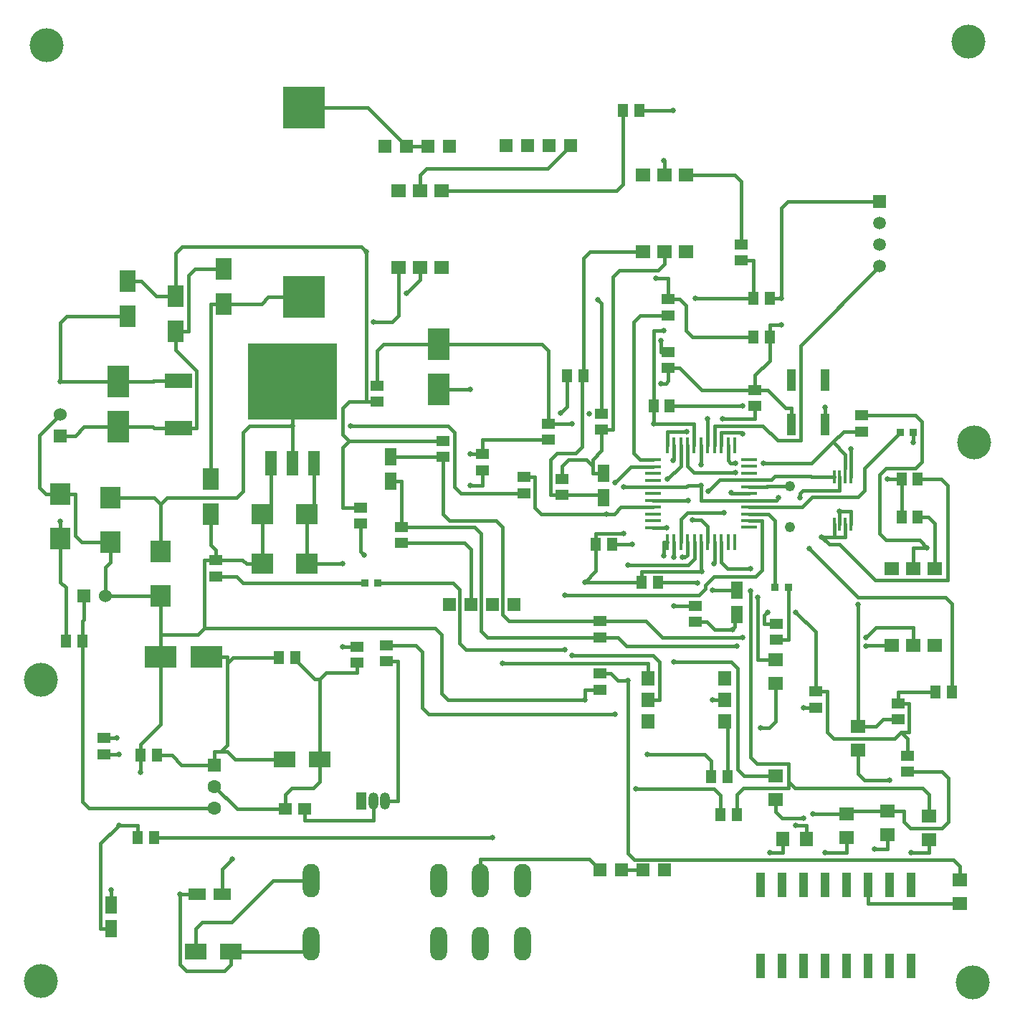
<source format=gbr>
G04 DipTrace 2.4.0.2*
%INTop.gbr*%
%MOMM*%
%ADD12C,0.381*%
%ADD13C,0.3*%
%ADD14R,2.65X2.35*%
%ADD15R,2.35X2.65*%
%ADD16R,1.35X2.15*%
%ADD17C,1.524*%
%ADD18R,1.524X1.524*%
%ADD19R,2.55X3.75*%
%ADD20R,3.75X2.55*%
%ADD21R,2.15X1.35*%
%ADD22R,2.55X1.85*%
%ADD23R,1.85X2.55*%
%ADD24R,0.9X0.9*%
%ADD25R,1.2X2.0*%
%ADD26R,1.5X1.5*%
%ADD27C,1.5*%
%ADD29R,1.5X1.3*%
%ADD30R,1.3X1.5*%
%ADD31R,1.0X3.0*%
%ADD32O,1.981X3.981*%
%ADD34R,1.78X1.52*%
%ADD35R,1.52X1.78*%
%ADD36R,1.524X1.422*%
%ADD37R,3.2X1.8*%
%ADD38R,1.8X1.6*%
%ADD39R,1.6X1.8*%
%ADD40R,1.0X2.65*%
%ADD42R,1.9X0.4*%
%ADD43R,0.4X1.9*%
%ADD44C,4.0*%
%ADD46R,1.45X3.0*%
%ADD47R,10.6X9.0*%
%ADD48R,1.6X1.6*%
%ADD49C,1.6*%
%ADD50C,1.219*%
%ADD51R,0.3X1.65*%
%ADD52R,5.0X5.0*%
%ADD53O,1.2X2.0*%
%ADD54C,0.635*%
%FSLAX53Y53*%
G04*
G71*
G90*
G75*
G01*
%LNTop*%
%LPD*%
X43915Y94137D2*
D12*
X39736D1*
X38903Y93304D1*
X34491D1*
X32891D1*
Y72654D1*
X91722Y71197D2*
X93062Y72537D1*
X96541D1*
X115935Y62083D2*
Y64558D1*
X117524D1*
X75401Y111990D2*
X72763Y109353D1*
X58430D1*
X57668Y108591D1*
Y106697D1*
X85141Y69321D2*
X81402D1*
X80584Y68503D1*
X79695D1*
X89846Y67820D2*
X90887D1*
X91649Y67058D1*
Y65229D1*
X86431Y90191D2*
X85241D1*
Y81329D1*
X95091Y59499D2*
X92221D1*
X93636Y46570D2*
X92177D1*
X96541Y72537D2*
X99179D1*
X99592Y72950D1*
X103793D1*
X103869Y72874D1*
X106568D1*
X117524Y64558D2*
X116635Y65447D1*
X112696D1*
X111934Y66209D1*
Y73189D1*
X112696Y73951D1*
X116195D1*
X116957Y74713D1*
Y79417D1*
X116195Y80179D1*
X109791D1*
X79695Y68503D2*
X71974D1*
X71212Y69265D1*
Y72879D1*
X69891D1*
X85241Y79167D2*
X90033D1*
Y76629D1*
X85241Y81329D2*
Y79167D1*
X86431Y110223D2*
X86549Y110105D1*
Y108574D1*
X50591Y69279D2*
X48518D1*
Y76417D1*
X49280Y77179D1*
X48518Y77941D1*
Y81009D1*
X49280Y81771D1*
X51266D1*
Y99491D1*
X49280Y77179D2*
X60391D1*
X28791Y94254D2*
X26532D1*
X24732Y96054D1*
X23091D1*
X51266Y99491D2*
X50695Y100063D1*
X29553D1*
X28791Y99301D1*
Y94254D1*
X52588Y81771D2*
X51266D1*
X74740Y58901D2*
X90570D1*
X91332Y59663D1*
Y60141D1*
X92337Y61146D1*
X97300D1*
X98062Y61908D1*
Y67737D1*
X96541D1*
X74740Y52508D2*
X63094D1*
X62332Y53270D1*
Y59647D1*
X61570Y60409D1*
X52681D1*
X80664Y72233D2*
X82553Y74121D1*
X85141D1*
X80664Y44907D2*
X58632D1*
X57870Y45669D1*
Y52273D1*
X57108Y53035D1*
X53699D1*
X96541Y68537D2*
X98821D1*
X99583Y67775D1*
Y59862D1*
X15191Y80299D2*
X12682Y77791D1*
Y71649D1*
X13444Y70887D1*
X15191D1*
X116441Y72629D2*
X119175D1*
X119937Y71867D1*
Y60752D1*
X111378D1*
X107218Y64911D1*
X105974D1*
X105085Y65800D1*
X102510Y70461D2*
Y70943D1*
X102828Y71260D1*
X107218D1*
Y72874D1*
Y67324D2*
Y68847D1*
X98941Y94029D2*
X100289D1*
X102059Y56918D2*
X104391Y54587D1*
Y47579D1*
X83124Y36081D2*
X92379D1*
X93141Y35319D1*
Y33029D1*
X26991Y58872D2*
Y54256D1*
X31407D1*
X32169Y55018D1*
X59429D1*
X60191Y54256D1*
Y47320D1*
X60953Y46558D1*
X77092D1*
X100289Y90878D2*
X98941D1*
Y89429D1*
X100021Y70461D2*
X99697Y70137D1*
X96541D1*
X81689Y66251D2*
X78441D1*
Y64929D1*
X29091Y84229D2*
X26168D1*
X26146Y84207D1*
X22011D1*
X32891Y68504D2*
Y64901D1*
X33491Y64301D1*
Y63079D1*
X104391Y47579D2*
X105712D1*
Y42763D1*
X106474Y42001D1*
X113667D1*
X114429Y42763D1*
X115191Y42001D1*
Y39979D1*
X105085Y65800D2*
X106568D1*
Y67324D1*
X97191Y83179D2*
X90912D1*
X88312Y85779D1*
X86991D1*
X33491Y63079D2*
X32169D1*
Y55018D1*
X90833Y76629D2*
Y74315D1*
X77092Y46558D2*
Y47779D1*
X78891D1*
X26991Y54256D2*
X27013Y51650D1*
X20461Y58829D2*
X23297D1*
X23340Y58872D1*
X26991D1*
X21091Y65172D2*
Y62828D1*
X20461Y62198D1*
Y58829D1*
X15191Y70887D2*
X16937D1*
Y65934D1*
X17699Y65172D1*
X21091D1*
X106568Y65800D2*
X107868D1*
Y67324D1*
X107218Y68847D2*
X108518D1*
Y67324D1*
X100289Y94029D2*
Y104666D1*
X101051Y105428D1*
X111966D1*
X114429Y42763D2*
X115412D1*
Y46179D1*
X114091D1*
X29285Y23663D2*
X31313D1*
X35282Y16836D2*
Y15339D1*
X34520Y14577D1*
X30047D1*
X29285Y15339D1*
Y23663D1*
X44808Y17758D2*
Y16836D1*
X35282D1*
X24645Y40016D2*
Y38015D1*
X27013Y51650D2*
Y43705D1*
X24645Y41337D1*
Y40016D1*
X97191Y83179D2*
X98688D1*
X100861Y81006D1*
X101506D1*
Y79110D1*
X98941Y89429D2*
Y86654D1*
X97191Y84904D1*
Y83179D1*
X85141Y71721D2*
X81689D1*
X90833Y71915D2*
X89292D1*
X89098Y71721D1*
X85141D1*
X96541Y70137D2*
X90833D1*
Y71915D1*
X90938Y61751D2*
X90849Y61840D1*
Y65229D1*
X83841Y60429D2*
Y61751D1*
X90938D1*
X77092Y60429D2*
X83841D1*
X78441Y64929D2*
Y61778D1*
X77092Y60429D1*
X15191Y84207D2*
Y91142D1*
X15953Y91904D1*
X23091D1*
X22011Y84207D2*
X15191D1*
X39033Y68529D2*
X40051D1*
Y74529D1*
X39033Y62629D2*
Y68529D1*
X33491Y63079D2*
X36687D1*
X37137Y62629D1*
X39033D1*
X114091Y46179D2*
Y47529D1*
X118541D1*
X94606Y54868D2*
X92423D1*
X91512Y55779D1*
X90191D1*
X95091Y56642D2*
X94797D1*
Y55186D1*
X94606Y54995D1*
Y54868D1*
X98737Y56918D2*
X98652D1*
X98334Y56601D1*
Y55570D1*
X99741D1*
X86991Y85779D2*
Y84258D1*
X86673Y83940D1*
X86130D1*
X94892Y73426D2*
X89995D1*
X89233Y74188D1*
Y76629D1*
X114541Y68129D2*
Y72629D1*
X112823D1*
X86892Y72610D2*
X88433Y74151D1*
Y76629D1*
X84508Y40145D2*
X91279D1*
X92041Y39383D1*
Y37529D1*
X80341Y64929D2*
X82705D1*
X86130Y89028D2*
Y87679D1*
X86991D1*
X83541Y116129D2*
X87506D1*
Y74893D2*
X87633Y75020D1*
Y76629D1*
X89144Y78278D2*
X86833D1*
Y76629D1*
X97041Y94029D2*
Y98479D1*
X95591D1*
X90160Y94029D2*
X97041D1*
X101329Y71769D2*
X98640D1*
X98608Y71737D1*
X96541D1*
X51094Y60409D2*
X36760D1*
X35989Y61179D1*
X33491D1*
X85542Y96369D2*
X86991D1*
Y93879D1*
X88312D1*
X89074Y93117D1*
Y90191D1*
X89836Y89429D1*
X97041D1*
X94427Y71026D2*
X94516Y70937D1*
X96541D1*
X95794Y53924D2*
X86304D1*
X84348Y55879D1*
X78891D1*
X110280Y53924D2*
X111484Y55128D1*
X115935D1*
Y53035D1*
X60391Y75279D2*
X54175D1*
X78891Y55879D2*
X68174D1*
X67412Y56641D1*
Y66979D1*
X66650Y67741D1*
X61153D1*
X60391Y68503D1*
Y75279D1*
X41633Y39540D2*
X35782D1*
X34857Y40465D1*
X34095D1*
X33377D1*
Y38904D1*
X34095Y40465D2*
X34857Y41227D1*
Y50867D1*
Y51650D1*
X32410D1*
X34857Y50867D2*
X35595Y51606D1*
X40998D1*
X33377Y38904D2*
X29469D1*
X28357Y40016D1*
X26545D1*
X56081Y111937D2*
X51497Y116521D1*
X43915D1*
X58621Y111937D2*
X57252D1*
X56081D1*
X50191Y50979D2*
Y49758D1*
X46545D1*
X45783Y48996D1*
Y39540D1*
Y48996D2*
X45178D1*
X42898Y51276D1*
Y51606D1*
X35510Y27813D2*
X34329Y26632D1*
Y23663D1*
X41728Y33665D2*
X36076D1*
X33377Y36364D1*
X45783Y39540D2*
Y36951D1*
X45021Y36189D1*
X42490D1*
X41728Y35427D1*
Y33665D1*
X99691Y48529D2*
Y44025D1*
X98929Y43263D1*
X97901D1*
X52111Y34618D2*
Y32383D1*
X44014D1*
Y33665D1*
X53540Y34618D2*
X55020D1*
Y51135D1*
X53699D1*
X44808Y25251D2*
X40340D1*
X35409Y20320D1*
X31894D1*
X31132Y19558D1*
Y16836D1*
X17921Y58829D2*
Y56062D1*
X17741Y55882D1*
Y53529D1*
Y34587D1*
X18503Y33824D1*
X33377D1*
X52588Y83671D2*
Y87836D1*
X53350Y88598D1*
X59891D1*
X75629Y51790D2*
X85156D1*
X85918Y51028D1*
Y46570D1*
X84587D1*
X72791Y79179D2*
X75629D1*
X59891Y88598D2*
X72029D1*
X72791Y87836D1*
Y79179D1*
X67412Y50901D2*
X84587D1*
Y49110D1*
X59891Y83200D2*
X63542D1*
X64991Y75579D2*
Y77279D1*
X72791D1*
X63542Y75579D2*
X64991D1*
X93636Y44030D2*
X93941D1*
Y37529D1*
X118475Y62083D2*
Y67367D1*
X117713Y68129D1*
X116441D1*
X74391Y72679D2*
Y74201D1*
X75153Y74963D1*
X77282D1*
X78044Y74201D1*
Y74963D1*
X79091Y76010D1*
Y78479D1*
X78044Y74201D2*
Y73317D1*
X79291D1*
X79091Y78479D2*
X80412D1*
Y96496D1*
X81174Y97258D1*
X85787D1*
X86549Y98020D1*
Y99525D1*
X56017Y94573D2*
X57668Y96224D1*
Y97648D1*
X51047Y63652D2*
X50591Y64109D1*
Y67379D1*
X21152Y24166D2*
Y22392D1*
X21806Y42080D2*
X20358D1*
X76941Y84829D2*
Y98763D1*
X77703Y99525D1*
X84009D1*
X74391Y70779D2*
X73069D1*
Y74963D1*
X73831Y75725D1*
X75991D1*
X76753Y76487D1*
Y84829D1*
X76941D1*
X79291Y70459D2*
Y70779D1*
X74391D1*
X55128Y97648D2*
Y91975D1*
X54366Y91213D1*
X52155D1*
X24327Y30331D2*
Y31780D1*
X22060D1*
Y40180D2*
X20358D1*
X22060Y31780D2*
X19905Y29624D1*
Y19535D1*
X21152D1*
X60208Y106697D2*
X80879D1*
X81641Y107459D1*
Y116129D1*
X89089Y108574D2*
X94829D1*
X95591Y107812D1*
Y100379D1*
X78943Y26521D2*
X77650Y27813D1*
X64798D1*
Y25251D1*
X63542Y71868D2*
X64991D1*
Y73679D1*
X63701Y57798D2*
Y64317D1*
X62939Y65079D1*
X55491D1*
X26227Y30331D2*
X66241D1*
X74239Y80401D2*
X75041Y81202D1*
Y84829D1*
X81483Y26521D2*
X82654D1*
X84023D1*
X98992Y28581D2*
X100491D1*
Y30129D1*
X102981Y32617D2*
X100453D1*
X99691Y33379D1*
Y34829D1*
X105521Y28581D2*
X107991D1*
Y30329D1*
X111292Y28958D2*
X112891D1*
Y30629D1*
X110601Y24692D2*
Y22529D1*
X121391D1*
X113141Y37090D2*
X110153D1*
X109391Y37852D1*
Y40629D1*
X115681Y28581D2*
X117791D1*
Y30029D1*
X42591Y74529D2*
Y78931D1*
X49407D2*
X60950D1*
X61712Y78169D1*
Y71741D1*
X62474Y70979D1*
X69891D1*
X42591Y78931D2*
X37481D1*
X36719Y78169D1*
Y71172D1*
X35957Y70410D1*
X27753D1*
X26991Y69648D1*
Y64110D1*
X42591Y78931D2*
Y84129D1*
X26991Y69648D2*
X26229Y70410D1*
X21091D1*
X15191Y77759D2*
X16937D1*
X17988Y78810D1*
X22011D1*
X28791Y90104D2*
X30287D1*
Y96692D1*
X31049Y97454D1*
X34491D1*
X29091Y78629D2*
X31262D1*
Y85418D1*
X28791Y87890D1*
Y90104D1*
X22011Y78810D2*
X26067D1*
X26247Y78629D1*
X29091D1*
X15191Y65648D2*
Y60488D1*
X15841Y59838D1*
Y53529D1*
X15191Y67671D2*
Y65648D1*
X95076Y52908D2*
X82071D1*
X81000Y53979D1*
X78891D1*
X55491Y66979D2*
Y72404D1*
X54175D1*
X78891Y53979D2*
X65634D1*
X64872Y54741D1*
Y66217D1*
X64110Y66979D1*
X55491D1*
X110315Y52908D2*
X110441Y53035D1*
X113395D1*
X115935Y76971D2*
Y78120D1*
X90443Y60388D2*
X90402Y60429D1*
X85741D1*
X101170Y59862D2*
Y53670D1*
X99741D1*
X94892Y74524D2*
X94350D1*
X94033Y74842D1*
Y76629D1*
X109791Y78279D2*
X107670D1*
X106413Y77023D1*
X103915Y74524D1*
X98189D1*
X107868Y72874D2*
D13*
Y73889D1*
D12*
Y75568D1*
X106413Y77023D1*
X108559Y76175D2*
Y72874D1*
X108518D1*
X95742Y78024D2*
X95615Y78151D1*
X93233D1*
Y76629D1*
X95742Y81279D2*
X95692Y81329D1*
X87141D1*
X111966Y97808D2*
X102578Y88419D1*
Y77213D1*
X99862D1*
X98163Y78913D1*
X92433D1*
Y76629D1*
X91633D2*
Y79802D1*
X105475Y81133D2*
Y79110D1*
X85141Y70121D2*
X89284D1*
X86991Y91979D2*
X83619D1*
X82857Y91217D1*
Y75683D1*
X83619Y74921D1*
X85141D1*
X96541Y69337D2*
X102818D1*
X103979Y70498D1*
X109392D1*
X110154Y71260D1*
Y73926D1*
X114348Y78120D1*
X85141Y66921D2*
X86789D1*
X97572Y58696D2*
Y51329D1*
X99691D1*
X93411Y79802D2*
X97191D1*
Y81279D1*
X102053Y31728D2*
X103291D1*
Y30129D1*
X86458Y63581D2*
Y65229D1*
X86849D1*
X104391Y45679D2*
X102942D1*
X90191Y57679D2*
X87649D1*
Y51028D2*
X94400D1*
X95162Y50266D1*
Y38391D1*
X95924Y37629D1*
X99691D1*
X87649Y65229D2*
Y63402D1*
X93538Y68709D2*
X89211D1*
X88449Y67947D1*
Y65229D1*
X103629Y64470D2*
X109402Y58696D1*
X119679D1*
X120441Y57934D1*
Y47529D1*
X78891Y49679D2*
X80212D1*
X81035Y48856D1*
X82235D1*
Y62513D2*
X89287D1*
X90049Y63275D1*
Y65229D1*
X82235Y48856D2*
Y28454D1*
X82997Y27692D1*
X120629D1*
X121391Y26930D1*
Y25329D1*
X109391Y43429D2*
X111509D1*
X112359Y44279D1*
X114091D1*
X109391Y57807D2*
Y43429D1*
X92360Y62640D2*
X92449Y62729D1*
Y65229D1*
X95041Y33029D2*
Y35439D1*
X95803Y36201D1*
X101162D1*
Y36963D1*
X101924Y36201D1*
X117029D1*
X117791Y35439D1*
Y32829D1*
X96683Y62035D2*
X94011D1*
X93249Y62797D1*
Y65229D1*
X101162Y36963D2*
Y39001D1*
X97445D1*
X96683Y39763D1*
Y59415D1*
X112891Y33429D2*
X114792D1*
Y32163D1*
X115554Y31401D1*
X119262D1*
X120024Y32163D1*
Y37317D1*
X119262Y38079D1*
X115191D1*
X107991Y33129D2*
Y33429D1*
X112891D1*
X104052Y33129D2*
X107991D1*
X88665Y63402D2*
X88931D1*
X89249Y63719D1*
Y65229D1*
X50191Y52879D2*
X48518D1*
X44272Y68529D2*
X45131D1*
Y74529D1*
X44272Y62629D2*
Y68529D1*
X48518Y62629D2*
X44272D1*
X79091Y80379D2*
Y93372D1*
X78625Y93838D1*
D54*
X85241Y79167D3*
X86431Y110223D3*
X92221Y59499D3*
X86431Y90191D3*
X91722Y71197D3*
X89846Y67820D3*
X117524Y64558D3*
X79695Y68503D3*
X92177Y46570D3*
X51266Y99491D3*
X74740Y58901D3*
Y52508D3*
X80664Y72233D3*
Y44907D3*
X102510Y70461D3*
X83124Y36081D3*
X98737Y56918D3*
X100021Y70461D3*
X15191Y84207D3*
X102059Y56918D3*
X100289Y90878D3*
X81689Y66251D3*
Y71721D3*
X90833Y74315D3*
X24645Y38015D3*
X105085Y65800D3*
X90938Y61751D3*
X86130Y83940D3*
X29285Y23663D3*
X77092Y46558D3*
Y60429D3*
X90833Y71915D3*
X100289Y94029D3*
X94606Y54868D3*
X107218Y68847D3*
X77642Y80379D3*
X94892Y73426D3*
X112823Y72629D3*
X86892Y72610D3*
X84508Y40145D3*
X82705Y64929D3*
X86130Y89028D3*
X87506Y116129D3*
Y74893D3*
X89144Y78278D3*
X90160Y94029D3*
X85542Y96369D3*
X94427Y71026D3*
X95794Y53924D3*
X110280D3*
X35510Y27813D3*
X97901Y43263D3*
X75629Y79179D3*
Y51790D3*
X67412Y50901D3*
X63542Y83200D3*
Y75579D3*
X56017Y94573D3*
X51047Y63652D3*
X21152Y24166D3*
X21806Y42080D3*
X52155Y91213D3*
X22060Y40180D3*
Y31780D3*
X98992Y28581D3*
X102981Y32617D3*
X105521Y28581D3*
X111292Y28958D3*
X113141Y37090D3*
X115681Y28581D3*
X15191Y67671D3*
X95076Y52908D3*
X110315D3*
X63542Y71868D3*
X66241Y30331D3*
X74239Y80401D3*
X48518Y62629D3*
Y52879D3*
X90443Y60388D3*
X115935Y76971D3*
X86789Y66921D3*
X97572Y58696D3*
X93411Y79802D3*
X102053Y31728D3*
X86458Y63581D3*
X102942Y45679D3*
X87649Y57679D3*
Y51028D3*
Y63402D3*
X93538Y68709D3*
X103629Y64470D3*
X82235Y62513D3*
Y48856D3*
X92360Y62640D3*
X109391Y57807D3*
X96683Y62035D3*
Y59415D3*
X88665Y63402D3*
X104052Y33129D3*
X105475Y81133D3*
X89284Y70121D3*
X91633Y79802D3*
X108559Y76175D3*
X95742Y81279D3*
Y78024D3*
X94892Y74524D3*
X98189D3*
X49407Y78931D3*
X42591D3*
X78625Y93838D3*
D14*
X44272Y62629D3*
X39033D3*
X44272Y68529D3*
X39033D3*
D15*
X26991Y64110D3*
Y58872D3*
X21091Y70410D3*
Y65172D3*
D16*
X95091Y59499D3*
Y56642D3*
D17*
X15191Y80299D3*
D18*
Y77759D3*
D15*
Y65648D3*
Y70887D3*
D16*
X54175Y72404D3*
Y75262D3*
D19*
X59891Y83200D3*
Y88598D3*
D16*
X79291Y70459D3*
Y73317D3*
X21152Y19535D3*
Y22392D3*
D20*
X32410Y51650D3*
X27013D3*
D17*
X20461Y58829D3*
D18*
X17921D3*
D21*
X34329Y23663D3*
X31313D3*
D19*
X22011Y78810D3*
Y84207D3*
D22*
X41633Y39540D3*
X45783D3*
D23*
X23091Y91904D3*
Y96054D3*
X34491Y93304D3*
Y97454D3*
X28791Y94254D3*
Y90104D3*
X32891Y68504D3*
Y72654D3*
D22*
X35282Y16836D3*
X31132D3*
D24*
X101170Y59862D3*
X99583D3*
X115935Y78120D3*
X114348D3*
X51094Y60409D3*
X52681D3*
D25*
X50682Y34618D3*
D26*
X111966Y105428D3*
D27*
Y102888D3*
Y100348D3*
Y97808D3*
D26*
X61161Y57798D3*
X63701D3*
X66241D3*
X68781D3*
X75401Y111990D3*
X72861D3*
X70321D3*
X67781D3*
X61161Y111937D3*
X58621D3*
X56081D3*
X53541D3*
X78943Y26521D3*
X81483D3*
X84023D3*
X86563D3*
D29*
X69891Y70979D3*
Y72879D3*
D30*
X17741Y53529D3*
X15841D3*
D29*
X50191Y50979D3*
Y52879D3*
D31*
X97901Y15167D3*
X100441D3*
X102981D3*
X105521D3*
X108061D3*
X110601D3*
X113141D3*
X115681D3*
Y24692D3*
X113141D3*
X110601D3*
X108061D3*
X105521D3*
X102981D3*
X100441D3*
X97901D3*
D32*
X44808Y25251D3*
Y17758D3*
X59820Y25251D3*
X64798D3*
X69802D3*
X59820Y17758D3*
X64798D3*
X69802D3*
D34*
X113395Y53035D3*
X115935D3*
X118475D3*
Y62083D3*
X115935D3*
X113395D3*
D35*
X84587Y49110D3*
Y46570D3*
Y44030D3*
X93636D3*
Y46570D3*
Y49110D3*
D34*
X84009Y99525D3*
X86549D3*
X89089D3*
Y108574D3*
X86549D3*
X84009D3*
X55128Y97648D3*
X57668D3*
X60208D3*
Y106697D3*
X57668D3*
X55128D3*
D29*
X109791Y78279D3*
Y80179D3*
D30*
X87141Y81329D3*
X85241D3*
D36*
X44014Y33665D3*
X41728D3*
D30*
X85741Y60429D3*
X83841D3*
D29*
X53699Y53035D3*
Y51135D3*
X78891Y55879D3*
Y53979D3*
X72791Y79179D3*
Y77279D3*
X52588Y81771D3*
Y83671D3*
X60391Y77179D3*
Y75279D3*
D30*
X114541Y68129D3*
X116441D3*
X92041Y37529D3*
X93941D3*
X78441Y64929D3*
X80341D3*
X116441Y72629D3*
X114541D3*
D29*
X50591Y69279D3*
Y67379D3*
X79091Y80379D3*
Y78479D3*
X95591Y98479D3*
Y100379D3*
D30*
X83541Y116129D3*
X81641D3*
D29*
X86991Y85779D3*
Y87679D3*
D30*
X98941Y94029D3*
X97041D3*
X98941Y89429D3*
X97041D3*
D29*
X55491Y66979D3*
Y65079D3*
X64991Y75579D3*
Y73679D3*
D30*
X76941Y84829D3*
X75041D3*
X24327Y30331D3*
X26227D3*
X40998Y51606D3*
X42898D3*
X24645Y40016D3*
X26545D3*
D37*
X29091Y78629D3*
Y84229D3*
D38*
X99691Y48529D3*
Y51329D3*
D39*
X100491Y30129D3*
X103291D3*
D38*
X99691Y34829D3*
Y37629D3*
X107991Y30329D3*
Y33129D3*
X112891Y30629D3*
Y33429D3*
D29*
X86991Y91979D3*
Y93879D3*
X20358Y42080D3*
Y40180D3*
D38*
X121391Y22529D3*
Y25329D3*
X117791Y30029D3*
Y32829D3*
X109391Y40629D3*
Y43429D3*
D29*
X90191Y55779D3*
Y57679D3*
X99741Y53670D3*
Y55570D3*
D30*
X118541Y47529D3*
X120441D3*
D29*
X115191Y39979D3*
Y38079D3*
X78891Y47779D3*
Y49679D3*
X114091Y46179D3*
Y44279D3*
X104391Y47579D3*
Y45679D3*
X97191Y83179D3*
Y81279D3*
D30*
X93141Y33029D3*
X95041D3*
D29*
X74391Y72679D3*
Y70779D3*
X33491Y61179D3*
Y63079D3*
D40*
X101506Y79110D3*
Y84349D3*
X105475Y79110D3*
Y84349D3*
D42*
X85141Y74921D3*
Y74121D3*
Y73321D3*
Y72521D3*
Y71721D3*
Y70921D3*
Y70121D3*
Y69321D3*
Y68521D3*
Y67721D3*
Y66921D3*
D43*
X86849Y65229D3*
X87649D3*
X88449D3*
X89249D3*
X90049D3*
X90849D3*
X91649D3*
X92449D3*
X93249D3*
X94049D3*
X94849D3*
D42*
X96541Y66937D3*
Y67737D3*
Y68537D3*
Y69337D3*
Y70137D3*
Y70937D3*
Y71737D3*
Y72537D3*
Y73337D3*
Y74137D3*
Y74937D3*
D43*
X94833Y76629D3*
X94033D3*
X93233D3*
X92433D3*
X91633D3*
X90833D3*
X90033D3*
X89233D3*
X88433D3*
X87633D3*
X86833D3*
D44*
X13531Y123845D3*
D46*
X40051Y74529D3*
X42591D3*
X45131D3*
D47*
X42591Y84129D3*
D48*
X33377Y38904D3*
D49*
Y36364D3*
Y33824D3*
D50*
X101329Y71769D3*
Y66943D3*
D51*
X106568Y67324D3*
X107218D3*
X107868D3*
X108518D3*
Y72874D3*
X107868D3*
X107218D3*
X106568D3*
D44*
X12896Y13343D3*
Y48907D3*
X122445Y124321D3*
X122921Y13184D3*
X123080Y77008D3*
D52*
X43915Y116521D3*
Y94137D3*
D53*
X52111Y34618D3*
X53540D3*
M02*

</source>
